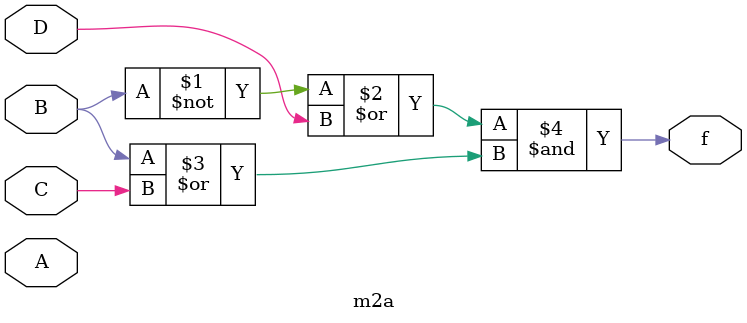
<source format=v>
module m2a(A,B,C,D,f);
input A,B,C,D;
output f;
assign f=(~B|D)&(B|C);
endmodule

</source>
